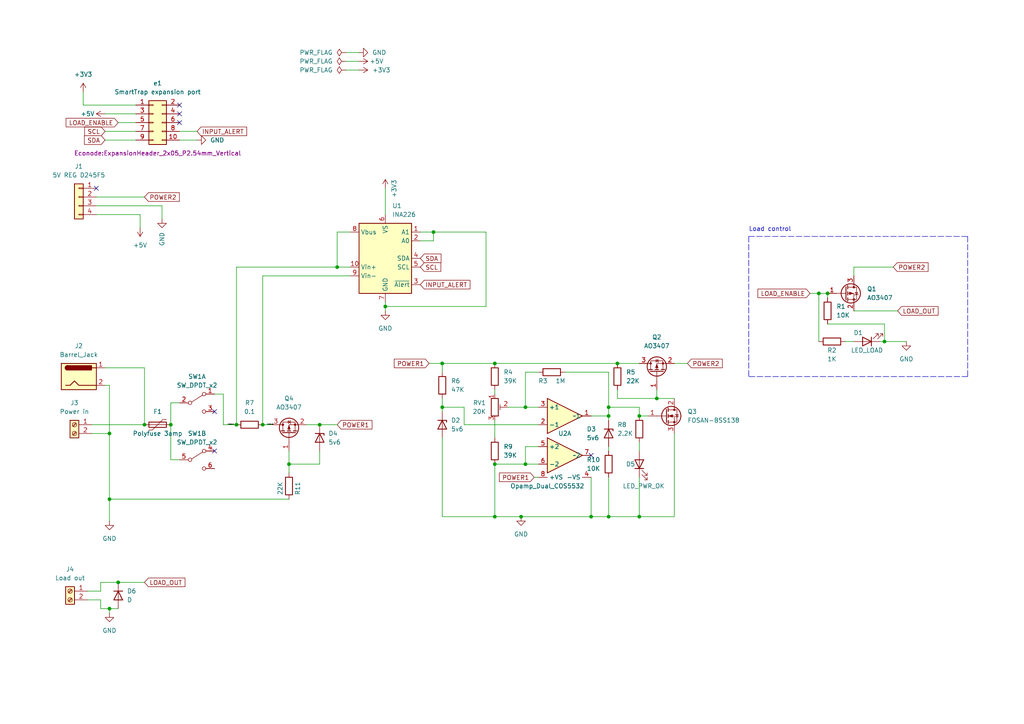
<source format=kicad_sch>
(kicad_sch (version 20211123) (generator eeschema)
  (paper "A4")
  (title_block (title "Econode expander UPS") (date "2022-05-04") (rev "Rev1") (company "Econode Ltd"))
  (lib_symbols
    (symbol "Analog_ADC:INA226"
      (property "Reference" "U" (at -6.35 11.43 0))
      (property "Value" "INA226" (at 3.81 11.43 0))
      (symbol "INA226_0_1"
        (rectangle (start 7.62 10.16) (end -7.62 -10.16) (stroke (width 0.254)) (fill (type background)))
      )
      (symbol "INA226_1_1"
        (pin input line (at 10.16 7.62 180) (length 2.54) (name "A1") (number "1"))
        (pin input line (at -10.16 -2.54 0) (length 2.54) (name "Vin+") (number "10"))
        (pin input line (at 10.16 5.08 180) (length 2.54) (name "A0") (number "2"))
        (pin open_collector line (at 10.16 -7.62 180) (length 2.54) (name "~{Alert}") (number "3"))
        (pin bidirectional line (at 10.16 0 180) (length 2.54) (name "SDA") (number "4"))
        (pin input line (at 10.16 -2.54 180) (length 2.54) (name "SCL") (number "5"))
        (pin power_in line (at 0 12.7 270) (length 2.54) (name "VS") (number "6"))
        (pin power_in line (at 0 -12.7 90) (length 2.54) (name "GND") (number "7"))
        (pin input line (at -10.16 7.62 0) (length 2.54) (name "Vbus") (number "8"))
        (pin input line (at -10.16 -5.08 0) (length 2.54) (name "Vin-") (number "9"))
      )
    )
    (symbol "Connector:Barrel_Jack" (pin_names (offset 1.016))
      (property "Reference" "J" (at 0 5.334 0))
      (property "Value" "Barrel_Jack" (at 0 -5.08 0))
      (symbol "Barrel_Jack_0_1"
        (rectangle (start -5.08 3.81) (end 5.08 -3.81) (stroke (width 0.254)) (fill (type background)))
        (arc (start -3.302 3.175) (mid -3.937 2.54) (end -3.302 1.905) (stroke (width 0.254)))
        (arc (start -3.302 3.175) (mid -3.937 2.54) (end -3.302 1.905) (stroke (width 0.254)) (fill (type outline)))
        (polyline (pts (xy 5.08 2.54) (xy 3.81 2.54)) (stroke (width 0.254)))
        (polyline (pts (xy -3.81 -2.54) (xy -2.54 -2.54) (xy -1.27 -1.27) (xy 0 -2.54) (xy 2.54 -2.54) (xy 5.08 -2.54)) (stroke (width 0.254)))
        (rectangle (start 3.683 3.175) (end -3.302 1.905) (stroke (width 0.254)) (fill (type outline)))
      )
      (symbol "Barrel_Jack_1_1"
        (pin passive line (at 7.62 2.54 180) (length 2.54) (name "~") (number "1"))
        (pin passive line (at 7.62 -2.54 180) (length 2.54) (name "~") (number "2"))
      )
    )
    (symbol "Connector:Screw_Terminal_01x02" (pin_names (offset 1.016) hide)
      (property "Reference" "J" (at 0 2.54 0))
      (property "Value" "Screw_Terminal_01x02" (at 0 -5.08 0))
      (symbol "Screw_Terminal_01x02_1_1"
        (rectangle (start -1.27 1.27) (end 1.27 -3.81) (stroke (width 0.254)) (fill (type background)))
        (circle (center 0 -2.54) (radius 0.635) (stroke (width 0.1524)))
        (polyline (pts (xy -0.5334 -2.2098) (xy 0.3302 -3.048)) (stroke (width 0.1524)))
        (polyline (pts (xy -0.5334 0.3302) (xy 0.3302 -0.508)) (stroke (width 0.1524)))
        (polyline (pts (xy -0.3556 -2.032) (xy 0.508 -2.8702)) (stroke (width 0.1524)))
        (polyline (pts (xy -0.3556 0.508) (xy 0.508 -0.3302)) (stroke (width 0.1524)))
        (circle (center 0 0) (radius 0.635) (stroke (width 0.1524)))
        (pin passive line (at -5.08 0 0) (length 3.81) (name "Pin_1") (number "1"))
        (pin passive line (at -5.08 -2.54 0) (length 3.81) (name "Pin_2") (number "2"))
      )
    )
    (symbol "Connector_Generic:Conn_01x04" (pin_names (offset 1.016) hide)
      (property "Reference" "J" (at 0 5.08 0))
      (property "Value" "Conn_01x04" (at 0 -7.62 0))
      (symbol "Conn_01x04_1_1"
        (rectangle (start -1.27 -4.953) (end 0 -5.207) (stroke (width 0.1524)))
        (rectangle (start -1.27 -2.413) (end 0 -2.667) (stroke (width 0.1524)))
        (rectangle (start -1.27 0.127) (end 0 -0.127) (stroke (width 0.1524)))
        (rectangle (start -1.27 2.667) (end 0 2.413) (stroke (width 0.1524)))
        (rectangle (start -1.27 3.81) (end 1.27 -6.35) (stroke (width 0.254)) (fill (type background)))
        (pin passive line (at -5.08 2.54 0) (length 3.81) (name "Pin_1") (number "1"))
        (pin passive line (at -5.08 0 0) (length 3.81) (name "Pin_2") (number "2"))
        (pin passive line (at -5.08 -2.54 0) (length 3.81) (name "Pin_3") (number "3"))
        (pin passive line (at -5.08 -5.08 0) (length 3.81) (name "Pin_4") (number "4"))
      )
    )
    (symbol "Connector_Generic:Conn_02x05_Odd_Even" (pin_names (offset 1.016) hide)
      (property "Reference" "J" (at 1.27 7.62 0))
      (property "Value" "Conn_02x05_Odd_Even" (at 1.27 -7.62 0))
      (symbol "Conn_02x05_Odd_Even_1_1"
        (rectangle (start -1.27 -4.953) (end 0 -5.207) (stroke (width 0.1524)))
        (rectangle (start -1.27 -2.413) (end 0 -2.667) (stroke (width 0.1524)))
        (rectangle (start -1.27 0.127) (end 0 -0.127) (stroke (width 0.1524)))
        (rectangle (start -1.27 2.667) (end 0 2.413) (stroke (width 0.1524)))
        (rectangle (start -1.27 5.207) (end 0 4.953) (stroke (width 0.1524)))
        (rectangle (start -1.27 6.35) (end 3.81 -6.35) (stroke (width 0.254)) (fill (type background)))
        (rectangle (start 3.81 -4.953) (end 2.54 -5.207) (stroke (width 0.1524)))
        (rectangle (start 3.81 -2.413) (end 2.54 -2.667) (stroke (width 0.1524)))
        (rectangle (start 3.81 0.127) (end 2.54 -0.127) (stroke (width 0.1524)))
        (rectangle (start 3.81 2.667) (end 2.54 2.413) (stroke (width 0.1524)))
        (rectangle (start 3.81 5.207) (end 2.54 4.953) (stroke (width 0.1524)))
        (pin passive line (at -5.08 5.08 0) (length 3.81) (name "Pin_1") (number "1"))
        (pin passive line (at 7.62 -5.08 180) (length 3.81) (name "Pin_10") (number "10"))
        (pin passive line (at 7.62 5.08 180) (length 3.81) (name "Pin_2") (number "2"))
        (pin passive line (at -5.08 2.54 0) (length 3.81) (name "Pin_3") (number "3"))
        (pin passive line (at 7.62 2.54 180) (length 3.81) (name "Pin_4") (number "4"))
        (pin passive line (at -5.08 0 0) (length 3.81) (name "Pin_5") (number "5"))
        (pin passive line (at 7.62 0 180) (length 3.81) (name "Pin_6") (number "6"))
        (pin passive line (at -5.08 -2.54 0) (length 3.81) (name "Pin_7") (number "7"))
        (pin passive line (at 7.62 -2.54 180) (length 3.81) (name "Pin_8") (number "8"))
        (pin passive line (at -5.08 -5.08 0) (length 3.81) (name "Pin_9") (number "9"))
      )
    )
    (symbol "Device:D" (pin_numbers hide) (pin_names (offset 1.016) hide)
      (property "Reference" "D" (at 0 2.54 0))
      (property "Value" "D" (at 0 -2.54 0))
      (symbol "D_0_1"
        (polyline (pts (xy -1.27 1.27) (xy -1.27 -1.27)) (stroke (width 0.254)))
        (polyline (pts (xy 1.27 0) (xy -1.27 0)))
        (polyline (pts (xy 1.27 1.27) (xy 1.27 -1.27) (xy -1.27 0) (xy 1.27 1.27)) (stroke (width 0.254)))
      )
      (symbol "D_1_1"
        (pin passive line (at -3.81 0 0) (length 2.54) (name "K") (number "1"))
        (pin passive line (at 3.81 0 180) (length 2.54) (name "A") (number "2"))
      )
    )
    (symbol "Device:D_Zener" (pin_numbers hide) (pin_names (offset 1.016) hide)
      (property "Reference" "D" (at 0 2.54 0))
      (property "Value" "D_Zener" (at 0 -2.54 0))
      (symbol "D_Zener_0_1"
        (polyline (pts (xy 1.27 0) (xy -1.27 0)))
        (polyline (pts (xy -1.27 -1.27) (xy -1.27 1.27) (xy -0.762 1.27)) (stroke (width 0.254)))
        (polyline (pts (xy 1.27 -1.27) (xy 1.27 1.27) (xy -1.27 0) (xy 1.27 -1.27)) (stroke (width 0.254)))
      )
      (symbol "D_Zener_1_1"
        (pin passive line (at -3.81 0 0) (length 2.54) (name "K") (number "1"))
        (pin passive line (at 3.81 0 180) (length 2.54) (name "A") (number "2"))
      )
    )
    (symbol "Device:LED" (pin_numbers hide) (pin_names (offset 1.016) hide)
      (property "Reference" "D" (at 0 2.54 0))
      (property "Value" "LED" (at 0 -2.54 0))
      (symbol "LED_0_1"
        (polyline (pts (xy -1.27 -1.27) (xy -1.27 1.27)) (stroke (width 0.254)))
        (polyline (pts (xy -1.27 0) (xy 1.27 0)))
        (polyline (pts (xy 1.27 -1.27) (xy 1.27 1.27) (xy -1.27 0) (xy 1.27 -1.27)) (stroke (width 0.254)))
        (polyline (pts (xy -3.048 -0.762) (xy -4.572 -2.286) (xy -3.81 -2.286) (xy -4.572 -2.286) (xy -4.572 -1.524)))
        (polyline (pts (xy -1.778 -0.762) (xy -3.302 -2.286) (xy -2.54 -2.286) (xy -3.302 -2.286) (xy -3.302 -1.524)))
      )
      (symbol "LED_1_1"
        (pin passive line (at -3.81 0 0) (length 2.54) (name "K") (number "1"))
        (pin passive line (at 3.81 0 180) (length 2.54) (name "A") (number "2"))
      )
    )
    (symbol "Device:Polyfuse" (pin_numbers hide) (pin_names (offset 0))
      (property "Reference" "F" (at -2.54 0 90))
      (property "Value" "Polyfuse" (at 2.54 0 90))
      (symbol "Polyfuse_0_1"
        (rectangle (start -0.762 2.54) (end 0.762 -2.54) (stroke (width 0.254)))
        (polyline (pts (xy 0 2.54) (xy 0 -2.54)))
        (polyline (pts (xy -1.524 2.54) (xy -1.524 1.524) (xy 1.524 -1.524) (xy 1.524 -2.54)))
      )
      (symbol "Polyfuse_1_1"
        (pin passive line (at 0 3.81 270) (length 1.27) (name "~") (number "1"))
        (pin passive line (at 0 -3.81 90) (length 1.27) (name "~") (number "2"))
      )
    )
    (symbol "Device:Q_NMOS_GDS" (pin_names (offset 0) hide)
      (property "Reference" "Q" (at 5.08 1.27 0))
      (property "Value" "Q_NMOS_GDS" (at 5.08 -1.27 0))
      (symbol "Q_NMOS_GDS_0_1"
        (polyline (pts (xy 0.254 0) (xy -2.54 0)))
        (polyline (pts (xy 0.254 1.905) (xy 0.254 -1.905)) (stroke (width 0.254)))
        (polyline (pts (xy 0.762 -1.27) (xy 0.762 -2.286)) (stroke (width 0.254)))
        (polyline (pts (xy 0.762 0.508) (xy 0.762 -0.508)) (stroke (width 0.254)))
        (polyline (pts (xy 0.762 2.286) (xy 0.762 1.27)) (stroke (width 0.254)))
        (polyline (pts (xy 2.54 2.54) (xy 2.54 1.778)))
        (polyline (pts (xy 2.54 -2.54) (xy 2.54 0) (xy 0.762 0)))
        (polyline (pts (xy 0.762 -1.778) (xy 3.302 -1.778) (xy 3.302 1.778) (xy 0.762 1.778)))
        (polyline (pts (xy 1.016 0) (xy 2.032 0.381) (xy 2.032 -0.381) (xy 1.016 0)) (fill (type outline)))
        (polyline (pts (xy 2.794 0.508) (xy 2.921 0.381) (xy 3.683 0.381) (xy 3.81 0.254)))
        (polyline (pts (xy 3.302 0.381) (xy 2.921 -0.254) (xy 3.683 -0.254) (xy 3.302 0.381)))
        (circle (center 1.651 0) (radius 2.794) (stroke (width 0.254)))
        (circle (center 2.54 -1.778) (radius 0.254) (fill (type outline)))
        (circle (center 2.54 1.778) (radius 0.254) (fill (type outline)))
      )
      (symbol "Q_NMOS_GDS_1_1"
        (pin input line (at -5.08 0 0) (length 2.54) (name "G") (number "1"))
        (pin passive line (at 2.54 5.08 270) (length 2.54) (name "D") (number "2"))
        (pin passive line (at 2.54 -5.08 90) (length 2.54) (name "S") (number "3"))
      )
    )
    (symbol "Device:R" (pin_numbers hide) (pin_names (offset 0))
      (property "Reference" "R" (at 2.032 0 90))
      (property "Value" "R" (at 0 0 90))
      (symbol "R_0_1"
        (rectangle (start -1.016 -2.54) (end 1.016 2.54) (stroke (width 0.254)))
      )
      (symbol "R_1_1"
        (pin passive line (at 0 3.81 270) (length 1.27) (name "~") (number "1"))
        (pin passive line (at 0 -3.81 90) (length 1.27) (name "~") (number "2"))
      )
    )
    (symbol "Device:R_Potentiometer_Trim" (pin_names (offset 1.016) hide)
      (property "Reference" "RV" (at -4.445 0 90))
      (property "Value" "R_Potentiometer_Trim" (at -2.54 0 90))
      (symbol "R_Potentiometer_Trim_0_1"
        (polyline (pts (xy 1.524 0.762) (xy 1.524 -0.762)))
        (polyline (pts (xy 2.54 0) (xy 1.524 0)))
        (rectangle (start 1.016 2.54) (end -1.016 -2.54) (stroke (width 0.254)))
      )
      (symbol "R_Potentiometer_Trim_1_1"
        (pin passive line (at 0 3.81 270) (length 1.27) (name "1") (number "1"))
        (pin passive line (at 3.81 0 180) (length 1.27) (name "2") (number "2"))
        (pin passive line (at 0 -3.81 90) (length 1.27) (name "3") (number "3"))
      )
    )
    (symbol "Econode2:Opamp_Dual_COS5532"
      (property "Reference" "U" (at 0 5.08 0))
      (property "Value" "Opamp_Dual_COS5532" (at -10.16 -11.43 0))
      (symbol "Opamp_Dual_COS5532_1_1"
        (polyline (pts (xy -5.08 5.08) (xy 5.08 0) (xy -5.08 -5.08) (xy -5.08 5.08)) (stroke (width 0.254)) (fill (type background)))
        (polyline (pts (xy -5.08 16.51) (xy 5.08 11.43) (xy -5.08 6.35) (xy -5.08 16.51)) (stroke (width 0.254)) (fill (type background)))
        (pin output line (at 7.62 11.43 180) (length 2.54) (name "~1") (number "1"))
        (pin input line (at -7.62 8.89 0) (length 2.54) (name "-1") (number "2"))
        (pin input line (at -7.62 13.97 0) (length 2.54) (name "+1") (number "3"))
        (pin power_in line (at 7.62 -6.35 180) (length 2.54) (name "-VS") (number "4"))
        (pin input line (at -7.62 2.54 0) (length 2.54) (name "+2") (number "5"))
        (pin input line (at -7.62 -2.54 0) (length 2.54) (name "-2") (number "6"))
        (pin output line (at 7.62 0 180) (length 2.54) (name "~2") (number "7"))
        (pin power_in line (at -7.62 -6.35 0) (length 2.54) (name "+VS") (number "8"))
      )
      (symbol "Opamp_Dual_COS5532_2_1"
        (polyline (pts (xy -5.08 5.08) (xy 5.08 0) (xy -5.08 -5.08) (xy -5.08 5.08)) (stroke (width 0.254)) (fill (type background)))
      )
    )
    (symbol "Switch:SW_DPDT_x2" (pin_names (offset 0) hide)
      (property "Reference" "SW" (at 0 4.318 0))
      (property "Value" "SW_DPDT_x2" (at 0 -5.08 0))
      (symbol "SW_DPDT_x2_0_0"
        (circle (center -2.032 0) (radius 0.508))
        (circle (center 2.032 -2.54) (radius 0.508))
      )
      (symbol "SW_DPDT_x2_0_1"
        (polyline (pts (xy -1.524 0.254) (xy 1.651 2.286)))
        (circle (center 2.032 2.54) (radius 0.508))
      )
      (symbol "SW_DPDT_x2_1_1"
        (pin passive line (at 5.08 2.54 180) (length 2.54) (name "A") (number "1"))
        (pin passive line (at -5.08 0 0) (length 2.54) (name "B") (number "2"))
        (pin passive line (at 5.08 -2.54 180) (length 2.54) (name "C") (number "3"))
      )
      (symbol "SW_DPDT_x2_2_1"
        (pin passive line (at 5.08 2.54 180) (length 2.54) (name "A") (number "4"))
        (pin passive line (at -5.08 0 0) (length 2.54) (name "B") (number "5"))
        (pin passive line (at 5.08 -2.54 180) (length 2.54) (name "C") (number "6"))
      )
    )
    (symbol "Transistor_FET:FDN340P" (pin_names hide)
      (property "Reference" "Q" (at 5.08 1.905 0))
      (property "Value" "FDN340P" (at 5.08 0 0))
      (symbol "FDN340P_0_1"
        (polyline (pts (xy 0.254 0) (xy -2.54 0)))
        (polyline (pts (xy 0.254 1.905) (xy 0.254 -1.905)) (stroke (width 0.254)))
        (polyline (pts (xy 0.762 -1.27) (xy 0.762 -2.286)) (stroke (width 0.254)))
        (polyline (pts (xy 0.762 0.508) (xy 0.762 -0.508)) (stroke (width 0.254)))
        (polyline (pts (xy 0.762 2.286) (xy 0.762 1.27)) (stroke (width 0.254)))
        (polyline (pts (xy 2.54 2.54) (xy 2.54 1.778)))
        (polyline (pts (xy 2.54 -2.54) (xy 2.54 0) (xy 0.762 0)))
        (polyline (pts (xy 0.762 1.778) (xy 3.302 1.778) (xy 3.302 -1.778) (xy 0.762 -1.778)))
        (polyline (pts (xy 2.286 0) (xy 1.27 0.381) (xy 1.27 -0.381) (xy 2.286 0)) (fill (type outline)))
        (polyline (pts (xy 2.794 -0.508) (xy 2.921 -0.381) (xy 3.683 -0.381) (xy 3.81 -0.254)))
        (polyline (pts (xy 3.302 -0.381) (xy 2.921 0.254) (xy 3.683 0.254) (xy 3.302 -0.381)))
        (circle (center 1.651 0) (radius 2.794) (stroke (width 0.254)))
        (circle (center 2.54 -1.778) (radius 0.254) (fill (type outline)))
        (circle (center 2.54 1.778) (radius 0.254) (fill (type outline)))
      )
      (symbol "FDN340P_1_1"
        (pin input line (at -5.08 0 0) (length 2.54) (name "G") (number "1"))
        (pin passive line (at 2.54 -5.08 90) (length 2.54) (name "S") (number "2"))
        (pin passive line (at 2.54 5.08 270) (length 2.54) (name "D") (number "3"))
      )
    )
    (symbol "power:+3V3" (power) (pin_names (offset 0))
      (property "Value" "+3V3" (at 0 3.556 0))
      (symbol "+3V3_0_1"
        (polyline (pts (xy -0.762 1.27) (xy 0 2.54)))
        (polyline (pts (xy 0 0) (xy 0 2.54)))
        (polyline (pts (xy 0 2.54) (xy 0.762 1.27)))
      )
      (symbol "+3V3_1_1"
        (pin power_in line (at 0 0 90) (length 0) hide (name "+3V3") (number "1"))
      )
    )
    (symbol "power:+5V" (power) (pin_names (offset 0))
      (property "Value" "+5V" (at 0 3.556 0))
      (symbol "+5V_0_1"
        (polyline (pts (xy -0.762 1.27) (xy 0 2.54)))
        (polyline (pts (xy 0 0) (xy 0 2.54)))
        (polyline (pts (xy 0 2.54) (xy 0.762 1.27)))
      )
      (symbol "+5V_1_1"
        (pin power_in line (at 0 0 90) (length 0) hide (name "+5V") (number "1"))
      )
    )
    (symbol "power:GND" (power) (pin_names (offset 0))
      (property "Value" "GND" (at 0 -3.81 0))
      (symbol "GND_0_1"
        (polyline (pts (xy 0 0) (xy 0 -1.27) (xy 1.27 -1.27) (xy 0 -2.54) (xy -1.27 -1.27) (xy 0 -1.27)))
      )
      (symbol "GND_1_1"
        (pin power_in line (at 0 0 270) (length 0) hide (name "GND") (number "1"))
      )
    )
    (symbol "power:PWR_FLAG" (power) (pin_numbers hide) (pin_names (offset 0) hide)
      (property "Value" "PWR_FLAG" (at 0 3.81 0))
      (symbol "PWR_FLAG_0_0"
        (pin power_out line (at 0 0 90) (length 0) (name "pwr") (number "1"))
      )
      (symbol "PWR_FLAG_0_1"
        (polyline (pts (xy 0 0) (xy 0 1.27) (xy -1.016 1.905) (xy 0 2.54) (xy 1.016 1.905) (xy 0 1.27)))
      )
    )
  )
  (junction (at 76.2 123.19))
  (junction (at 143.51 134.62))
  (junction (at 190.5 115.57))
  (junction (at 49.53 123.19))
  (junction (at 143.51 149.86))
  (junction (at 176.53 120.65))
  (junction (at 125.73 67.31))
  (junction (at 97.79 77.47))
  (junction (at 152.4 134.62))
  (junction (at 68.58 123.19))
  (junction (at 151.13 149.86))
  (junction (at 185.42 149.86))
  (junction (at 176.53 149.86))
  (junction (at 152.4 118.11))
  (junction (at 143.51 105.41))
  (junction (at 92.71 123.19))
  (junction (at 111.76 88.9))
  (junction (at 31.75 125.73))
  (junction (at 31.75 176.53))
  (junction (at 128.27 118.11))
  (junction (at 237.49 85.09))
  (junction (at 34.29 168.91))
  (junction (at 179.07 105.41))
  (junction (at 185.42 120.65))
  (junction (at 240.03 85.09))
  (junction (at 176.53 118.11))
  (junction (at 41.91 123.19))
  (junction (at 128.27 105.41))
  (junction (at 256.54 99.06))
  (junction (at 31.75 144.78))
  (junction (at 83.82 134.62))
  (junction (at 171.45 149.86))
  (no_connect (at 62.23 130.81))
  (no_connect (at 171.45 132.08))
  (no_connect (at 27.94 54.61))
  (no_connect (at 62.23 119.38))
  (no_connect (at 52.07 30.48))
  (no_connect (at 52.07 33.02))
  (no_connect (at 52.07 35.56))
  (wire (pts (xy 240.03 85.09) (xy 240.03 86.36)))
  (wire (pts (xy 237.49 85.09) (xy 240.03 85.09)))
  (wire (pts (xy 29.21 168.91) (xy 34.29 168.91)))
  (wire (pts (xy 83.82 134.62) (xy 92.71 134.62)))
  (wire (pts (xy 152.4 129.54) (xy 152.4 134.62)))
  (wire (pts (xy 179.07 105.41) (xy 185.42 105.41)))
  (wire (pts (xy 30.48 111.76) (xy 31.75 111.76)))
  (wire (pts (xy 143.51 149.86) (xy 128.27 149.86)))
  (wire (pts (xy 26.67 123.19) (xy 41.91 123.19)))
  (wire (pts (xy 34.29 35.56) (xy 39.37 35.56)))
  (wire (pts (xy 176.53 118.11) (xy 185.42 118.11)))
  (wire (pts (xy 121.92 67.31) (xy 125.73 67.31)))
  (wire (pts (xy 100.33 15.24) (xy 104.14 15.24)))
  (wire (pts (xy 31.75 111.76) (xy 31.75 125.73)))
  (wire (pts (xy 152.4 118.11) (xy 156.21 118.11)))
  (wire (pts (xy 128.27 118.11) (xy 128.27 119.38)))
  (wire (pts (xy 140.97 88.9) (xy 111.76 88.9)))
  (wire (pts (xy 68.58 77.47) (xy 97.79 77.47)))
  (wire (pts (xy 31.75 176.53) (xy 34.29 176.53)))
  (wire (pts (xy 83.82 130.81) (xy 83.82 134.62)))
  (wire (pts (xy 156.21 129.54) (xy 152.4 129.54)))
  (wire (pts (xy 49.53 116.84) (xy 49.53 123.19)))
  (wire (pts (xy 111.76 88.9) (xy 111.76 90.17)))
  (wire (pts (xy 143.51 134.62) (xy 143.51 149.86)))
  (wire (pts (xy 92.71 123.19) (xy 97.79 123.19)))
  (wire (pts (xy 128.27 107.95) (xy 128.27 105.41)))
  (wire (pts (xy 25.4 171.45) (xy 29.21 171.45)))
  (wire (pts (xy 152.4 134.62) (xy 143.51 134.62)))
  (wire (pts (xy 143.51 105.41) (xy 179.07 105.41)))
  (wire (pts (xy 143.51 121.92) (xy 143.51 127)))
  (wire (pts (xy 27.94 59.69) (xy 46.99 59.69)))
  (wire (pts (xy 68.58 77.47) (xy 68.58 123.19)))
  (wire (pts (xy 52.07 40.64) (xy 57.15 40.64)))
  (wire (pts (xy 171.45 138.43) (xy 171.45 149.86)))
  (wire (pts (xy 151.13 149.86) (xy 171.45 149.86)))
  (wire (pts (xy 195.58 105.41) (xy 199.39 105.41)))
  (wire (pts (xy 100.33 17.78) (xy 104.14 17.78)))
  (wire (pts (xy 176.53 129.54) (xy 176.53 130.81)))
  (wire (pts (xy 52.07 133.35) (xy 49.53 133.35)))
  (wire (pts (xy 247.65 77.47) (xy 247.65 80.01)))
  (wire (pts (xy 171.45 149.86) (xy 176.53 149.86)))
  (wire (pts (xy 185.42 118.11) (xy 185.42 120.65)))
  (wire (pts (xy 179.07 115.57) (xy 190.5 115.57)))
  (wire (pts (xy 29.21 171.45) (xy 29.21 168.91)))
  (wire (pts (xy 190.5 113.03) (xy 190.5 115.57)))
  (wire (pts (xy 83.82 134.62) (xy 83.82 137.16)))
  (wire (pts (xy 100.33 20.32) (xy 104.14 20.32)))
  (wire (pts (xy 34.29 168.91) (xy 41.91 168.91)))
  (wire (pts (xy 171.45 120.65) (xy 176.53 120.65)))
  (wire (pts (xy 101.6 67.31) (xy 97.79 67.31)))
  (wire (pts (xy 31.75 176.53) (xy 31.75 177.8)))
  (wire (pts (xy 125.73 67.31) (xy 125.73 69.85)))
  (polyline (pts (xy 217.17 68.58) (xy 280.67 68.58)))
  (wire (pts (xy 185.42 149.86) (xy 195.58 149.86)))
  (wire (pts (xy 30.48 106.68) (xy 41.91 106.68)))
  (wire (pts (xy 29.21 176.53) (xy 31.75 176.53)))
  (wire (pts (xy 29.21 173.99) (xy 29.21 176.53)))
  (wire (pts (xy 154.94 138.43) (xy 156.21 138.43)))
  (wire (pts (xy 52.07 116.84) (xy 49.53 116.84)))
  (wire (pts (xy 125.73 67.31) (xy 140.97 67.31)))
  (wire (pts (xy 111.76 54.61) (xy 111.76 62.23)))
  (wire (pts (xy 240.03 93.98) (xy 256.54 93.98)))
  (wire (pts (xy 156.21 123.19) (xy 134.62 123.19)))
  (wire (pts (xy 179.07 113.03) (xy 179.07 115.57)))
  (wire (pts (xy 185.42 128.27) (xy 185.42 130.81)))
  (wire (pts (xy 259.08 77.47) (xy 247.65 77.47)))
  (wire (pts (xy 147.32 118.11) (xy 152.4 118.11)))
  (polyline (pts (xy 280.67 68.58) (xy 280.67 109.22)))
  (wire (pts (xy 31.75 144.78) (xy 31.75 151.13)))
  (wire (pts (xy 31.75 125.73) (xy 31.75 144.78)))
  (wire (pts (xy 62.23 114.3) (xy 64.77 114.3)))
  (wire (pts (xy 134.62 118.11) (xy 128.27 118.11)))
  (polyline (pts (xy 217.17 68.58) (xy 217.17 109.22)))
  (wire (pts (xy 163.83 107.95) (xy 176.53 107.95)))
  (wire (pts (xy 195.58 125.73) (xy 195.58 149.86)))
  (wire (pts (xy 140.97 67.31) (xy 140.97 88.9)))
  (wire (pts (xy 134.62 123.19) (xy 134.62 118.11)))
  (wire (pts (xy 101.6 77.47) (xy 97.79 77.47)))
  (wire (pts (xy 52.07 38.1) (xy 57.15 38.1)))
  (wire (pts (xy 30.48 40.64) (xy 39.37 40.64)))
  (wire (pts (xy 124.46 105.41) (xy 128.27 105.41)))
  (wire (pts (xy 27.94 57.15) (xy 41.91 57.15)))
  (wire (pts (xy 152.4 134.62) (xy 156.21 134.62)))
  (wire (pts (xy 151.13 149.86) (xy 143.51 149.86)))
  (wire (pts (xy 31.75 144.78) (xy 83.82 144.78)))
  (wire (pts (xy 97.79 67.31) (xy 97.79 77.47)))
  (wire (pts (xy 128.27 115.57) (xy 128.27 118.11)))
  (wire (pts (xy 176.53 107.95) (xy 176.53 118.11)))
  (wire (pts (xy 176.53 120.65) (xy 176.53 121.92)))
  (wire (pts (xy 30.48 38.1) (xy 39.37 38.1)))
  (wire (pts (xy 195.58 115.57) (xy 190.5 115.57)))
  (wire (pts (xy 234.95 85.09) (xy 237.49 85.09)))
  (wire (pts (xy 111.76 87.63) (xy 111.76 88.9)))
  (wire (pts (xy 152.4 118.11) (xy 152.4 107.95)))
  (wire (pts (xy 64.77 123.19) (xy 68.58 123.19)))
  (wire (pts (xy 176.53 118.11) (xy 176.53 120.65)))
  (wire (pts (xy 143.51 113.03) (xy 143.51 114.3)))
  (wire (pts (xy 185.42 138.43) (xy 185.42 149.86)))
  (wire (pts (xy 46.99 63.5) (xy 46.99 59.69)))
  (wire (pts (xy 128.27 127) (xy 128.27 149.86)))
  (wire (pts (xy 255.27 99.06) (xy 256.54 99.06)))
  (wire (pts (xy 24.13 30.48) (xy 39.37 30.48)))
  (wire (pts (xy 121.92 69.85) (xy 125.73 69.85)))
  (wire (pts (xy 24.13 26.67) (xy 24.13 30.48)))
  (wire (pts (xy 49.53 133.35) (xy 49.53 123.19)))
  (wire (pts (xy 176.53 149.86) (xy 185.42 149.86)))
  (wire (pts (xy 30.48 33.02) (xy 39.37 33.02)))
  (wire (pts (xy 185.42 120.65) (xy 187.96 120.65)))
  (wire (pts (xy 25.4 173.99) (xy 29.21 173.99)))
  (wire (pts (xy 128.27 105.41) (xy 143.51 105.41)))
  (wire (pts (xy 176.53 138.43) (xy 176.53 149.86)))
  (wire (pts (xy 92.71 130.81) (xy 92.71 134.62)))
  (wire (pts (xy 256.54 93.98) (xy 256.54 99.06)))
  (wire (pts (xy 26.67 125.73) (xy 31.75 125.73)))
  (wire (pts (xy 76.2 80.01) (xy 101.6 80.01)))
  (wire (pts (xy 88.9 123.19) (xy 92.71 123.19)))
  (wire (pts (xy 40.64 62.23) (xy 40.64 66.04)))
  (wire (pts (xy 245.11 99.06) (xy 247.65 99.06)))
  (wire (pts (xy 76.2 80.01) (xy 76.2 123.19)))
  (wire (pts (xy 27.94 62.23) (xy 40.64 62.23)))
  (wire (pts (xy 152.4 107.95) (xy 156.21 107.95)))
  (wire (pts (xy 41.91 106.68) (xy 41.91 123.19)))
  (wire (pts (xy 256.54 99.06) (xy 262.89 99.06)))
  (wire (pts (xy 64.77 114.3) (xy 64.77 123.19)))
  (wire (pts (xy 247.65 90.17) (xy 260.35 90.17)))
  (wire (pts (xy 76.2 123.19) (xy 78.74 123.19)))
  (wire (pts (xy 237.49 99.06) (xy 237.49 85.09)))
  (polyline (pts (xy 280.67 109.22) (xy 217.17 109.22)))
  (text "Load control" (at 217.17 67.31 0) (effects (font (size 1.27 1.27)) (justify left bottom)))
  (label "C_Sense_p1" (at 66.04 123.19 0) (effects (font (size 0.2 0.2))))
  (label "C_Sense_p2" (at 77.47 123.19 0) (effects (font (size 0.2 0.2))))
  (global_label "POWER1" (shape input) (at 154.94 138.43 180) (property "Intersheet References" "${INTERSHEET_REFS}" (effects hide)))
  (global_label "POWER1" (shape input) (at 124.46 105.41 180) (property "Intersheet References" "${INTERSHEET_REFS}" (effects hide)))
  (global_label "LOAD_OUT" (shape input) (at 41.91 168.91 0) (property "Intersheet References" "${INTERSHEET_REFS}" (effects hide)))
  (global_label "INPUT_ALERT" (shape input) (at 57.15 38.1 0) (property "Intersheet References" "${INTERSHEET_REFS}" (effects hide)))
  (global_label "SDA" (shape input) (at 30.48 40.64 180) (property "Intersheet References" "${INTERSHEET_REFS}" (effects hide)))
  (global_label "SCL" (shape input) (at 121.92 77.47 0) (property "Intersheet References" "${INTERSHEET_REFS}" (effects hide)))
  (global_label "POWER2" (shape input) (at 199.39 105.41 0) (property "Intersheet References" "${INTERSHEET_REFS}" (effects hide)))
  (global_label "POWER1" (shape input) (at 97.79 123.19 0) (property "Intersheet References" "${INTERSHEET_REFS}" (effects hide)))
  (global_label "POWER2" (shape input) (at 41.91 57.15 0) (property "Intersheet References" "${INTERSHEET_REFS}" (effects hide)))
  (global_label "LOAD_ENABLE" (shape input) (at 34.29 35.56 180) (property "Intersheet References" "${INTERSHEET_REFS}" (effects hide)))
  (global_label "LOAD_ENABLE" (shape input) (at 234.95 85.09 180) (property "Intersheet References" "${INTERSHEET_REFS}" (effects hide)))
  (global_label "SCL" (shape input) (at 30.48 38.1 180) (property "Intersheet References" "${INTERSHEET_REFS}" (effects hide)))
  (global_label "INPUT_ALERT" (shape input) (at 121.92 82.55 0) (property "Intersheet References" "${INTERSHEET_REFS}" (effects hide)))
  (global_label "LOAD_OUT" (shape input) (at 260.35 90.17 0) (property "Intersheet References" "${INTERSHEET_REFS}" (effects hide)))
  (global_label "SDA" (shape input) (at 121.92 74.93 0) (property "Intersheet References" "${INTERSHEET_REFS}" (effects hide)))
  (global_label "POWER2" (shape input) (at 259.08 77.47 0) (property "Intersheet References" "${INTERSHEET_REFS}" (effects hide)))
  (symbol (lib_id "power:GND") (at 57.15 40.64 90) (unit 1)
    (property "Reference" "#PWR06" (effects hide))
    (property "Value" "GND" (at 60.96 40.6399 90) (effects (justify right)))
  )
  (symbol (lib_id "power:PWR_FLAG") (at 100.33 17.78 90) (unit 1)
    (property "Reference" "#FLG02" (effects hide))
    (property "Value" "PWR_FLAG" (at 96.52 17.7799 90) (effects (justify left)))
  )
  (symbol (lib_id "Connector:Screw_Terminal_01x02") (at 21.59 123.19 0) (mirror y) (unit 1)
    (property "Reference" "J3" (at 21.59 116.84 0))
    (property "Value" "Power in" (at 21.59 119.38 0))
    (property "Footprint" "TerminalBlock:TerminalBlock_Altech_AK300-2_P5.00mm" (effects hide))
  )
  (symbol (lib_id "power:+3V3") (at 104.14 20.32 270) (unit 1)
    (property "Reference" "#PWR03" (effects hide))
    (property "Value" "+3V3" (at 107.95 20.3199 90) (effects (justify left)))
  )
  (symbol (lib_id "Device:Polyfuse") (at 45.72 123.19 90) (unit 1)
    (property "Reference" "F1" (at 45.72 119.38 90))
    (property "Value" "Polyfuse 3amp" (at 45.72 125.73 90))
    (property "Footprint" "Fuse:Fuse_2920_7451Metric_Pad2.10x5.45mm_HandSolder" (effects hide))
    (property "LCSC Part" "https://lcsc.com/product-detail/Resettable-Fuses_TLC-Electronic-TLC-LSMD100_C262039.html" (effects hide))
  )
  (symbol (lib_id "Transistor_FET:FDN340P") (at 83.82 125.73 90) (unit 1)
    (property "Reference" "Q4" (at 83.82 115.57 90))
    (property "Value" "AO3407" (at 83.82 118.11 90))
    (property "Footprint" "Package_TO_SOT_SMD:SOT-23" (effects hide))
    (property "Datasheet" "https://datasheet.lcsc.com/lcsc/1809192234_Alpha---Omega-Semicon-AO3409_C88052.pdf" (effects hide))
  )
  (symbol (lib_id "power:GND") (at 262.89 99.06 0) (unit 1)
    (property "Reference" "#PWR011" (effects hide))
    (property "Value" "GND" (at 262.89 104.14 0))
  )
  (symbol (lib_id "Switch:SW_DPDT_x2") (at 57.15 133.35 0) (unit 2)
    (property "Reference" "SW1" (at 57.15 125.73 0))
    (property "Value" "SW_DPDT_x2" (at 57.15 128.27 0))
    (property "Footprint" "Econode:Slide-SW_DPDT_9.1mmx6.9mmP2.5" (effects hide))
  )
  (symbol (lib_id "Transistor_FET:FDN340P") (at 190.5 107.95 90) (unit 1)
    (property "Reference" "Q2" (at 190.5 97.79 90))
    (property "Value" "AO3407" (at 190.5 100.33 90))
    (property "Footprint" "Package_TO_SOT_SMD:SOT-23" (effects hide))
    (property "Datasheet" "https://datasheet.lcsc.com/lcsc/1809192234_Alpha---Omega-Semicon-AO3409_C88052.pdf" (effects hide))
  )
  (symbol (lib_id "Device:R") (at 83.82 140.97 180) (unit 1)
    (property "Reference" "R11" (at 86.36 139.7 90) (effects (justify left)))
    (property "Value" "22K" (at 81.28 139.7001 90) (effects (justify left)))
    (property "Footprint" "Resistor_SMD:R_0603_1608Metric" (effects hide))
  )
  (symbol (lib_id "Connector:Screw_Terminal_01x02") (at 20.32 171.45 0) (mirror y) (unit 1)
    (property "Reference" "J4" (at 20.32 165.1 0))
    (property "Value" "Load out" (at 20.32 167.64 0))
    (property "Footprint" "TerminalBlock:TerminalBlock_Altech_AK300-2_P5.00mm" (effects hide))
  )
  (symbol (lib_id "power:GND") (at 111.76 90.17 0) (unit 1)
    (property "Reference" "#PWR010" (effects hide))
    (property "Value" "GND" (at 111.76 95.25 0))
  )
  (symbol (lib_id "Device:D_Zener") (at 176.53 125.73 270) (unit 1)
    (property "Reference" "D3" (at 170.18 124.46 90) (effects (justify left)))
    (property "Value" "5v6" (at 170.18 127 90) (effects (justify left)))
    (property "Footprint" "Diode_SMD:D_SOD-123" (effects hide))
  )
  (symbol (lib_id "Device:R") (at 176.53 134.62 0) (unit 1)
    (property "Reference" "R10" (at 170.18 133.35 0) (effects (justify left)))
    (property "Value" "10K" (at 170.18 135.89 0) (effects (justify left)))
    (property "Footprint" "Resistor_SMD:R_0603_1608Metric" (effects hide))
  )
  (symbol (lib_id "power:PWR_FLAG") (at 100.33 15.24 90) (unit 1)
    (property "Reference" "#FLG01" (effects hide))
    (property "Value" "PWR_FLAG" (at 96.52 15.2401 90) (effects (justify left)))
  )
  (symbol (lib_id "Device:R") (at 143.51 130.81 0) (unit 1)
    (property "Reference" "R9" (at 146.05 129.5399 0) (effects (justify left)))
    (property "Value" "39K" (at 146.05 132.0799 0) (effects (justify left)))
    (property "Footprint" "Resistor_SMD:R_0603_1608Metric" (effects hide))
  )
  (symbol (lib_id "Switch:SW_DPDT_x2") (at 57.15 116.84 0) (unit 1)
    (property "Reference" "SW1" (at 57.15 109.22 0))
    (property "Value" "SW_DPDT_x2" (at 57.15 111.76 0))
    (property "Footprint" "Econode:Slide-SW_DPDT_9.1mmx6.9mmP2.5" (effects hide))
  )
  (symbol (lib_id "Device:Q_NMOS_GDS") (at 193.04 120.65 0) (unit 1)
    (property "Reference" "Q3" (at 199.39 119.3799 0) (effects (justify left)))
    (property "Value" "FOSAN-BSS138" (at 199.39 121.9199 0) (effects (justify left)))
    (property "Footprint" "Package_TO_SOT_SMD:TSOT-23" (effects hide))
    (property "Datasheet" "https://datasheet.lcsc.com/lcsc/2112031830_FOSAN-BSS138-SS_C2926186.pdf" (effects hide))
  )
  (symbol (lib_id "Transistor_FET:FDN340P") (at 245.11 85.09 0) (unit 1)
    (property "Reference" "Q1" (at 251.46 83.8199 0) (effects (justify left)))
    (property "Value" "AO3407" (at 251.46 86.3599 0) (effects (justify left)))
    (property "Footprint" "Package_TO_SOT_SMD:SOT-23" (effects hide))
    (property "Datasheet" "https://datasheet.lcsc.com/lcsc/1809192234_Alpha---Omega-Semicon-AO3409_C88052.pdf" (effects hide))
  )
  (symbol (lib_id "Device:R") (at 179.07 109.22 0) (unit 1)
    (property "Reference" "R5" (at 181.61 107.95 0) (effects (justify left)))
    (property "Value" "22K" (at 181.61 110.49 0) (effects (justify left)))
    (property "Footprint" "Resistor_SMD:R_0603_1608Metric" (effects hide))
  )
  (symbol (lib_id "Device:R_Potentiometer_Trim") (at 143.51 118.11 0) (unit 1)
    (property "Reference" "RV1" (at 140.97 116.8399 0) (effects (justify right)))
    (property "Value" "20K" (at 140.97 119.3799 0) (effects (justify right)))
    (property "Footprint" "Potentiometer_SMD:Potentiometer_Bourns_3224W_Vertical" (effects hide))
    (property "Datasheet" "https://datasheet.lcsc.com/lcsc/1810161413_BOURNS-3224W-1-203E_C55071.pdf" (effects hide))
  )
  (symbol (lib_id "Connector:Barrel_Jack") (at 22.86 109.22 0) (unit 1)
    (property "Reference" "J2" (at 22.86 100.33 0))
    (property "Value" "Barrel_Jack" (at 22.86 102.87 0))
    (property "Footprint" "Connector_BarrelJack:BarrelJack_Horizontal" (effects hide))
  )
  (symbol (lib_id "power:+3V3") (at 111.76 54.61 0) (unit 1)
    (property "Reference" "#PWR07" (effects hide))
    (property "Value" "+3V3" (at 114.3 52.07 90) (effects (justify right)))
  )
  (symbol (lib_id "Device:R") (at 241.3 99.06 90) (unit 1)
    (property "Reference" "R2" (at 241.3 101.6 90))
    (property "Value" "1K" (at 241.3 104.14 90))
    (property "Footprint" "Resistor_SMD:R_0603_1608Metric" (effects hide))
  )
  (symbol (lib_id "Econode2:Opamp_Dual_COS5532") (at 163.83 132.08 0) (unit 1)
    (property "Reference" "U2" (at 163.83 125.73 0))
    (property "Value" "Opamp_Dual_COS5532" (at 158.75 140.97 0))
    (property "Footprint" "Package_SO:SOP-8_3.76x4.96mm_P1.27mm" (effects hide))
    (property "Datasheet" "https://datasheet.lcsc.com/lcsc/2201061630_COSINE-COS5532SR_C693059.pdf" (effects hide))
  )
  (symbol (lib_id "Device:R") (at 240.03 90.17 0) (unit 1)
    (property "Reference" "R1" (at 242.57 88.8999 0) (effects (justify left)))
    (property "Value" "10K" (at 242.57 91.4399 0) (effects (justify left)))
    (property "Footprint" "Resistor_SMD:R_0603_1608Metric" (effects hide))
  )
  (symbol (lib_id "Device:R") (at 185.42 124.46 0) (unit 1)
    (property "Reference" "R8" (at 179.07 123.19 0) (effects (justify left)))
    (property "Value" "2.2K" (at 179.07 125.73 0) (effects (justify left)))
    (property "Footprint" "Resistor_SMD:R_0603_1608Metric" (effects hide))
  )
  (symbol (lib_id "Device:R") (at 72.39 123.19 270) (unit 1)
    (property "Reference" "R7" (at 72.39 116.84 90))
    (property "Value" "0.1" (at 72.39 119.38 90))
    (property "Footprint" "Resistor_SMD:R_2512_6332Metric" (effects hide))
    (property "Datasheet" "~https://datasheet.lcsc.com/lcsc/2104151942_Vishay-Intertech-WSL2512R1000FEA_C844904.pdf" (effects hide))
    (property "LCSC Part" "https://www.lcsc.com/product-detail/Current-Sense-Resistors-Shunt-Resistors_Vishay-Intertech-WSL2512R1000FEA_C844904.html" (effects hide))
  )
  (symbol (lib_id "power:+5V") (at 40.64 66.04 180) (unit 1)
    (property "Reference" "#PWR09" (effects hide))
    (property "Value" "+5V" (at 40.64 71.12 0))
  )
  (symbol (lib_id "Device:D_Zener") (at 128.27 123.19 270) (unit 1)
    (property "Reference" "D2" (at 130.81 121.9199 90) (effects (justify left)))
    (property "Value" "5v6" (at 130.81 124.4599 90) (effects (justify left)))
    (property "Footprint" "Diode_SMD:D_SOD-123" (effects hide))
  )
  (symbol (lib_id "power:GND") (at 46.99 63.5 0) (unit 1)
    (property "Reference" "#PWR08" (effects hide))
    (property "Value" "GND" (at 46.9901 67.31 90) (effects (justify right)))
  )
  (symbol (lib_id "Device:R") (at 143.51 109.22 0) (unit 1)
    (property "Reference" "R4" (at 146.05 107.9499 0) (effects (justify left)))
    (property "Value" "39K" (at 146.05 110.4899 0) (effects (justify left)))
    (property "Footprint" "Resistor_SMD:R_0603_1608Metric" (effects hide))
  )
  (symbol (lib_id "Device:D_Zener") (at 92.71 127 270) (unit 1)
    (property "Reference" "D4" (at 95.25 125.7299 90) (effects (justify left)))
    (property "Value" "5v6" (at 95.25 128.2699 90) (effects (justify left)))
    (property "Footprint" "Diode_SMD:D_SOD-123" (effects hide))
  )
  (symbol (lib_id "Device:LED") (at 251.46 99.06 180) (unit 1)
    (property "Reference" "D1" (at 248.92 96.52 0))
    (property "Value" "LED_LOAD" (at 251.46 101.6 0))
    (property "Footprint" "LED_SMD:LED_0603_1608Metric" (effects hide))
  )
  (symbol (lib_id "Device:LED") (at 185.42 134.62 90) (unit 1)
    (property "Reference" "D5" (at 182.88 134.62 90))
    (property "Value" "LED_PWR_OK" (at 186.69 140.97 90))
    (property "Footprint" "LED_SMD:LED_0603_1608Metric_Pad1.05x0.95mm_HandSolder" (effects hide))
  )
  (symbol (lib_id "power:GND") (at 31.75 177.8 0) (unit 1)
    (property "Reference" "#PWR014" (effects hide))
    (property "Value" "GND" (at 31.75 182.88 0))
  )
  (symbol (lib_id "power:GND") (at 31.75 151.13 0) (unit 1)
    (property "Reference" "#PWR013" (effects hide))
    (property "Value" "GND" (at 31.75 156.21 0))
  )
  (symbol (lib_id "Connector_Generic:Conn_02x05_Odd_Even") (at 44.45 35.56 0) (unit 1)
    (property "Reference" "e1" (at 45.72 24.13 0))
    (property "Value" "SmartTrap expansion port" (at 45.72 26.67 0))
    (property "Footprint" "Econode:ExpansionHeader_2x05_P2.54mm_Vertical" (at 45.72 44.45 0))
  )
  (symbol (lib_id "Device:D") (at 34.29 172.72 270) (unit 1)
    (property "Reference" "D6" (at 36.83 171.4499 90) (effects (justify left)))
    (property "Value" "D" (at 36.83 173.9899 90) (effects (justify left)))
    (property "Footprint" "Diode_SMD:D_0603_1608Metric_Pad1.05x0.95mm_HandSolder" (effects hide))
  )
  (symbol (lib_id "power:GND") (at 104.14 15.24 90) (unit 1)
    (property "Reference" "#PWR01" (effects hide))
    (property "Value" "GND" (at 107.95 15.2399 90) (effects (justify right)))
  )
  (symbol (lib_id "power:GND") (at 151.13 149.86 0) (unit 1)
    (property "Reference" "#PWR012" (effects hide))
    (property "Value" "GND" (at 151.13 154.94 0))
  )
  (symbol (lib_id "Analog_ADC:INA226") (at 111.76 74.93 0) (unit 1)
    (property "Reference" "U1" (at 113.7794 59.69 0) (effects (justify left)))
    (property "Value" "INA226" (at 113.7794 62.23 0) (effects (justify left)))
    (property "Footprint" "Package_SO:VSSOP-10_3x3mm_P0.5mm" (effects hide))
    (property "Datasheet" "http://www.ti.com/lit/ds/symlink/ina226.pdf" (effects hide))
  )
  (symbol (lib_id "power:PWR_FLAG") (at 100.33 20.32 90) (unit 1)
    (property "Reference" "#FLG03" (effects hide))
    (property "Value" "PWR_FLAG" (at 96.52 20.3199 90) (effects (justify left)))
  )
  (symbol (lib_id "Device:R") (at 160.02 107.95 90) (unit 1)
    (property "Reference" "R3" (at 157.48 110.49 90))
    (property "Value" "1M" (at 162.56 110.49 90))
    (property "Footprint" "Resistor_SMD:R_0603_1608Metric" (effects hide))
  )
  (symbol (lib_id "power:+5V") (at 30.48 33.02 90) (unit 1)
    (property "Reference" "#PWR05" (effects hide))
    (property "Value" "+5V" (at 25.4 33.02 90))
  )
  (symbol (lib_id "Device:R") (at 128.27 111.76 0) (unit 1)
    (property "Reference" "R6" (at 130.81 110.4899 0) (effects (justify left)))
    (property "Value" "47K" (at 130.81 113.0299 0) (effects (justify left)))
    (property "Footprint" "Resistor_SMD:R_0603_1608Metric" (effects hide))
  )
  (symbol (lib_id "power:+3V3") (at 24.13 26.67 0) (unit 1)
    (property "Reference" "#PWR04" (effects hide))
    (property "Value" "+3V3" (at 24.13 21.59 0))
  )
  (symbol (lib_id "power:+5V") (at 104.14 17.78 270) (unit 1)
    (property "Reference" "#PWR02" (effects hide))
    (property "Value" "+5V" (at 109.22 17.78 90))
  )
  (symbol (lib_id "Connector_Generic:Conn_01x04") (at 22.86 57.15 0) (mirror y) (unit 1)
    (property "Reference" "J1" (at 22.86 48.26 0))
    (property "Value" "5V REG D245F5" (at 22.86 50.8 0))
    (property "Footprint" "Connector_PinHeader_2.54mm:PinHeader_1x04_P2.54mm_Vertical" (effects hide))
  )
)
</source>
